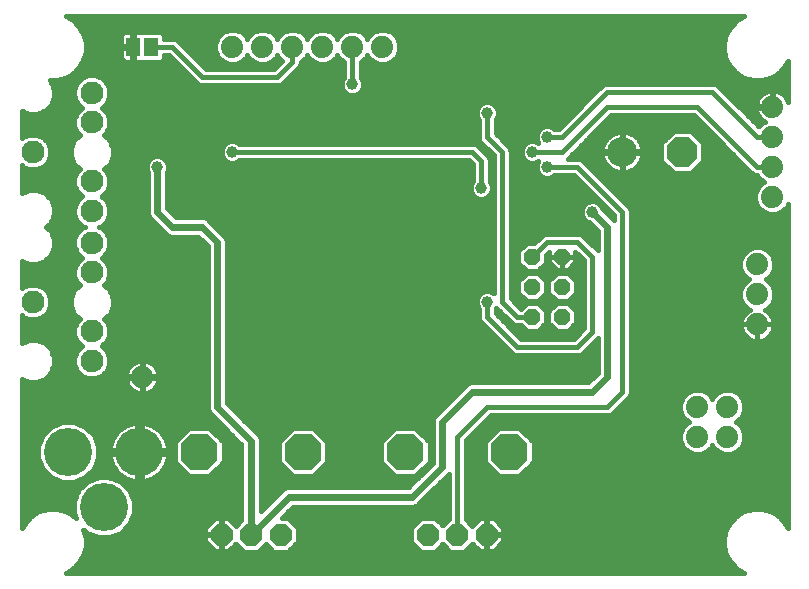
<source format=gbl>
G75*
G70*
%OFA0B0*%
%FSLAX24Y24*%
%IPPOS*%
%LPD*%
%AMOC8*
5,1,8,0,0,1.08239X$1,22.5*
%
%ADD10C,0.0740*%
%ADD11OC8,0.0520*%
%ADD12C,0.0760*%
%ADD13C,0.1000*%
%ADD14OC8,0.1000*%
%ADD15R,0.0460X0.0630*%
%ADD16OC8,0.0740*%
%ADD17OC8,0.1230*%
%ADD18C,0.1600*%
%ADD19C,0.0160*%
%ADD20C,0.0396*%
%ADD21C,0.0240*%
D10*
X006349Y007180D03*
X009349Y018180D03*
X010349Y018180D03*
X011349Y018180D03*
X012349Y018180D03*
X013349Y018180D03*
X014349Y018180D03*
X026849Y010930D03*
X026849Y009930D03*
X026849Y008930D03*
X025849Y006180D03*
X024849Y006180D03*
X024849Y005180D03*
X025849Y005180D03*
X027349Y013180D03*
X027349Y014180D03*
X027349Y015180D03*
X027349Y016180D03*
D11*
X020349Y011180D03*
X019349Y011180D03*
X019349Y010180D03*
X020349Y010180D03*
X020349Y009180D03*
X019349Y009180D03*
D12*
X004668Y008696D03*
X004668Y007711D03*
X002699Y009680D03*
X004668Y010664D03*
X004668Y011649D03*
X004668Y012711D03*
X004668Y013696D03*
X002699Y014680D03*
X004668Y015664D03*
X004668Y016649D03*
D13*
X022349Y014680D03*
D14*
X024349Y014680D03*
D15*
X006649Y018180D03*
X006049Y018180D03*
D16*
X008990Y001924D03*
X009974Y001924D03*
X010958Y001924D03*
X015865Y001924D03*
X016849Y001924D03*
X017833Y001924D03*
D17*
X018581Y004680D03*
X015117Y004680D03*
X011706Y004680D03*
X008242Y004680D03*
D18*
X006243Y004680D03*
X003881Y004680D03*
X005062Y002830D03*
D19*
X002329Y002133D02*
X002329Y007111D01*
X002561Y007015D01*
X002838Y007015D01*
X003094Y007121D01*
X003290Y007317D01*
X003396Y007573D01*
X003396Y007850D01*
X003290Y008106D01*
X003094Y008302D01*
X002838Y008408D01*
X002561Y008408D01*
X002329Y008312D01*
X002329Y009230D01*
X002371Y009188D01*
X002584Y009100D01*
X002814Y009100D01*
X003028Y009188D01*
X003191Y009351D01*
X003279Y009565D01*
X003279Y009795D01*
X003191Y010009D01*
X003028Y010172D01*
X002814Y010260D01*
X002584Y010260D01*
X002371Y010172D01*
X002329Y010130D01*
X002329Y011048D01*
X002561Y010952D01*
X002838Y010952D01*
X003094Y011058D01*
X003290Y011254D01*
X003396Y011510D01*
X003396Y011787D01*
X003290Y012043D01*
X003153Y012180D01*
X003290Y012317D01*
X003396Y012573D01*
X003396Y012850D01*
X003290Y013106D01*
X003094Y013302D01*
X002838Y013408D01*
X002561Y013408D01*
X002329Y013312D01*
X002329Y014230D01*
X002371Y014188D01*
X002584Y014100D01*
X002814Y014100D01*
X003028Y014188D01*
X003191Y014351D01*
X003279Y014565D01*
X003279Y014795D01*
X003191Y015009D01*
X003028Y015172D01*
X002814Y015260D01*
X002584Y015260D01*
X002371Y015172D01*
X002329Y015130D01*
X002329Y016048D01*
X002561Y015952D01*
X002838Y015952D01*
X003094Y016058D01*
X003290Y016254D01*
X003396Y016510D01*
X003396Y016787D01*
X003290Y017043D01*
X003263Y017070D01*
X003495Y017070D01*
X003777Y017146D01*
X004031Y017292D01*
X004237Y017498D01*
X004383Y017752D01*
X004459Y018034D01*
X004459Y018326D01*
X004383Y018608D01*
X004237Y018862D01*
X004031Y019068D01*
X003802Y019200D01*
X026396Y019200D01*
X026168Y019068D01*
X025961Y018862D01*
X025815Y018608D01*
X025739Y018326D01*
X025739Y018034D01*
X025815Y017752D01*
X025961Y017498D01*
X026168Y017292D01*
X026421Y017146D01*
X026703Y017070D01*
X026995Y017070D01*
X027277Y017146D01*
X027531Y017292D01*
X027737Y017498D01*
X027869Y017727D01*
X027869Y016359D01*
X027859Y016391D01*
X027819Y016468D01*
X027769Y016538D01*
X027707Y016600D01*
X027637Y016650D01*
X027560Y016690D01*
X027478Y016716D01*
X027392Y016730D01*
X027369Y016730D01*
X027369Y016200D01*
X027329Y016200D01*
X027329Y016160D01*
X026799Y016160D01*
X026799Y016137D01*
X026813Y016051D01*
X026839Y015969D01*
X026879Y015892D01*
X026930Y015822D01*
X026991Y015760D01*
X027061Y015710D01*
X027095Y015692D01*
X027026Y015663D01*
X026894Y015531D01*
X025508Y016917D01*
X025405Y016960D01*
X021793Y016960D01*
X021690Y016917D01*
X021612Y016839D01*
X020233Y015460D01*
X020075Y015460D01*
X020052Y015484D01*
X019920Y015538D01*
X019778Y015538D01*
X019646Y015484D01*
X019545Y015383D01*
X019491Y015251D01*
X019491Y015109D01*
X019541Y014988D01*
X019420Y015038D01*
X019278Y015038D01*
X019146Y014984D01*
X019045Y014883D01*
X018991Y014751D01*
X018991Y014609D01*
X019045Y014477D01*
X019146Y014376D01*
X019278Y014322D01*
X019420Y014322D01*
X019541Y014372D01*
X019491Y014251D01*
X019491Y014109D01*
X019545Y013977D01*
X019646Y013876D01*
X019778Y013822D01*
X019920Y013822D01*
X020052Y013876D01*
X020075Y013900D01*
X020733Y013900D01*
X022069Y012564D01*
X022069Y012413D01*
X021691Y012791D01*
X021653Y012883D01*
X021552Y012984D01*
X021420Y013038D01*
X021278Y013038D01*
X021146Y012984D01*
X021045Y012883D01*
X020991Y012751D01*
X020991Y012609D01*
X021045Y012477D01*
X021146Y012376D01*
X021238Y012338D01*
X021529Y012047D01*
X021529Y011396D01*
X021086Y011839D01*
X021008Y011917D01*
X020905Y011960D01*
X019793Y011960D01*
X019690Y011917D01*
X019413Y011640D01*
X019159Y011640D01*
X018889Y011371D01*
X018889Y010989D01*
X019159Y010720D01*
X019540Y010720D01*
X019809Y010989D01*
X019809Y011244D01*
X019909Y011344D01*
X019909Y011180D01*
X019909Y010998D01*
X020167Y010740D01*
X020349Y010740D01*
X020349Y011180D01*
X019909Y011180D01*
X020349Y011180D01*
X020349Y011180D01*
X020349Y011180D01*
X020349Y010740D01*
X020531Y010740D01*
X020789Y010998D01*
X020789Y011180D01*
X020789Y011344D01*
X021069Y011064D01*
X021069Y008796D01*
X020733Y008460D01*
X018965Y008460D01*
X018129Y009296D01*
X018129Y009454D01*
X018153Y009477D01*
X018154Y009479D01*
X018690Y008943D01*
X018793Y008900D01*
X018979Y008900D01*
X019159Y008720D01*
X019540Y008720D01*
X019809Y008989D01*
X019809Y009371D01*
X019540Y009640D01*
X019159Y009640D01*
X018979Y009460D01*
X018965Y009460D01*
X018629Y009796D01*
X018629Y014736D01*
X018586Y014839D01*
X018129Y015296D01*
X018129Y015754D01*
X018153Y015777D01*
X018207Y015909D01*
X018207Y016051D01*
X018153Y016183D01*
X018052Y016284D01*
X017920Y016338D01*
X017778Y016338D01*
X017646Y016284D01*
X017545Y016183D01*
X017491Y016051D01*
X017491Y015909D01*
X017545Y015777D01*
X017569Y015754D01*
X017569Y015124D01*
X017612Y015021D01*
X018069Y014564D01*
X018069Y009966D01*
X018052Y009984D01*
X017920Y010038D01*
X017778Y010038D01*
X017646Y009984D01*
X017545Y009883D01*
X017491Y009751D01*
X017491Y009609D01*
X017545Y009477D01*
X017569Y009454D01*
X017569Y009124D01*
X017612Y009021D01*
X017690Y008943D01*
X018690Y007943D01*
X018793Y007900D01*
X020905Y007900D01*
X021008Y007943D01*
X021086Y008021D01*
X021086Y008021D01*
X021508Y008443D01*
X021529Y008464D01*
X021529Y007313D01*
X021217Y007000D01*
X017285Y007000D01*
X017168Y006951D01*
X017078Y006861D01*
X016078Y005861D01*
X016029Y005744D01*
X016029Y004313D01*
X015217Y003500D01*
X011166Y003500D01*
X011049Y003451D01*
X010294Y002697D01*
X010294Y005119D01*
X010245Y005236D01*
X009169Y006313D01*
X009169Y011744D01*
X009120Y011861D01*
X008620Y012361D01*
X008620Y012361D01*
X008530Y012451D01*
X008413Y012500D01*
X007482Y012500D01*
X007169Y012813D01*
X007169Y014017D01*
X007207Y014109D01*
X007207Y014251D01*
X007153Y014383D01*
X007052Y014484D01*
X006920Y014538D01*
X006778Y014538D01*
X006646Y014484D01*
X006545Y014383D01*
X006491Y014251D01*
X006491Y014109D01*
X006529Y014017D01*
X006529Y012616D01*
X006578Y012499D01*
X006668Y012409D01*
X007168Y011909D01*
X007285Y011860D01*
X008217Y011860D01*
X008529Y011547D01*
X008529Y006116D01*
X008578Y005999D01*
X009654Y004922D01*
X009654Y002410D01*
X009468Y002224D01*
X009218Y002474D01*
X009008Y002474D01*
X009008Y001943D01*
X008971Y001943D01*
X008971Y002474D01*
X008762Y002474D01*
X008440Y002152D01*
X008440Y001943D01*
X008971Y001943D01*
X008971Y001906D01*
X008440Y001906D01*
X008440Y001696D01*
X008762Y001374D01*
X008971Y001374D01*
X008971Y001906D01*
X009008Y001906D01*
X009008Y001374D01*
X009218Y001374D01*
X009468Y001624D01*
X009738Y001354D01*
X010210Y001354D01*
X010466Y001610D01*
X010722Y001354D01*
X011194Y001354D01*
X011528Y001688D01*
X011528Y002160D01*
X011194Y002494D01*
X010997Y002494D01*
X011363Y002860D01*
X015413Y002860D01*
X015530Y002909D01*
X015620Y002999D01*
X016569Y003947D01*
X016569Y002450D01*
X016357Y002238D01*
X016101Y002494D01*
X015629Y002494D01*
X015295Y002160D01*
X015295Y001688D01*
X015629Y001354D01*
X016101Y001354D01*
X016357Y001610D01*
X016613Y001354D01*
X017085Y001354D01*
X017355Y001624D01*
X017605Y001374D01*
X017815Y001374D01*
X017815Y001906D01*
X017852Y001906D01*
X017852Y001943D01*
X017815Y001943D01*
X017815Y002474D01*
X017605Y002474D01*
X017355Y002224D01*
X017129Y002450D01*
X017129Y005064D01*
X017965Y005900D01*
X021905Y005900D01*
X022008Y005943D01*
X022508Y006443D01*
X022586Y006521D01*
X022629Y006624D01*
X022629Y012736D01*
X022586Y012839D01*
X022508Y012917D01*
X021008Y014417D01*
X020905Y014460D01*
X020525Y014460D01*
X021965Y015900D01*
X024733Y015900D01*
X026612Y014021D01*
X026690Y013943D01*
X026793Y013900D01*
X026848Y013900D01*
X026866Y013857D01*
X027026Y013697D01*
X027067Y013680D01*
X027026Y013663D01*
X026866Y013503D01*
X026779Y013293D01*
X026779Y013067D01*
X026866Y012857D01*
X027026Y012697D01*
X027236Y012610D01*
X027462Y012610D01*
X027672Y012697D01*
X027832Y012857D01*
X027869Y012946D01*
X027869Y002133D01*
X027737Y002362D01*
X027531Y002568D01*
X027277Y002714D01*
X026995Y002790D01*
X026703Y002790D01*
X026421Y002714D01*
X026168Y002568D01*
X025961Y002362D01*
X025815Y002108D01*
X025739Y001826D01*
X025739Y001534D01*
X025815Y001252D01*
X025961Y000998D01*
X026168Y000792D01*
X026396Y000660D01*
X003802Y000660D01*
X004031Y000792D01*
X004237Y000998D01*
X004383Y001252D01*
X004459Y001534D01*
X004459Y001826D01*
X004389Y002088D01*
X004495Y001982D01*
X004863Y001830D01*
X005261Y001830D01*
X005628Y001982D01*
X005909Y002263D01*
X006062Y002631D01*
X006062Y003029D01*
X005909Y003396D01*
X005628Y003677D01*
X005261Y003830D01*
X004863Y003830D01*
X004495Y003677D01*
X004214Y003396D01*
X004062Y003029D01*
X004062Y002631D01*
X004128Y002471D01*
X004031Y002568D01*
X003777Y002714D01*
X003495Y002790D01*
X003203Y002790D01*
X002921Y002714D01*
X002668Y002568D01*
X002461Y002362D01*
X002329Y002133D01*
X002329Y002241D02*
X002391Y002241D01*
X002329Y002399D02*
X002498Y002399D01*
X002657Y002558D02*
X002329Y002558D01*
X002329Y002716D02*
X002927Y002716D01*
X002329Y002875D02*
X004062Y002875D01*
X004064Y003033D02*
X002329Y003033D01*
X002329Y003192D02*
X004129Y003192D01*
X004195Y003350D02*
X002329Y003350D01*
X002329Y003509D02*
X004326Y003509D01*
X004485Y003667D02*
X002329Y003667D01*
X002329Y003826D02*
X003330Y003826D01*
X003314Y003832D02*
X003682Y003680D01*
X004079Y003680D01*
X004447Y003832D01*
X004728Y004114D01*
X004881Y004481D01*
X004881Y004879D01*
X004728Y005246D01*
X004447Y005528D01*
X004079Y005680D01*
X003682Y005680D01*
X003314Y005528D01*
X003033Y005246D01*
X002881Y004879D01*
X002881Y004481D01*
X003033Y004114D01*
X003314Y003832D01*
X003162Y003984D02*
X002329Y003984D01*
X002329Y004143D02*
X003021Y004143D01*
X002955Y004301D02*
X002329Y004301D01*
X002329Y004460D02*
X002889Y004460D01*
X002881Y004618D02*
X002329Y004618D01*
X002329Y004777D02*
X002881Y004777D01*
X002904Y004935D02*
X002329Y004935D01*
X002329Y005094D02*
X002969Y005094D01*
X003038Y005252D02*
X002329Y005252D01*
X002329Y005411D02*
X003197Y005411D01*
X003414Y005569D02*
X002329Y005569D01*
X002329Y005728D02*
X008849Y005728D01*
X008690Y005886D02*
X002329Y005886D01*
X002329Y006045D02*
X008559Y006045D01*
X008529Y006203D02*
X002329Y006203D01*
X002329Y006362D02*
X008529Y006362D01*
X008529Y006520D02*
X002329Y006520D01*
X002329Y006679D02*
X006122Y006679D01*
X006138Y006670D02*
X006220Y006644D01*
X006306Y006630D01*
X006329Y006630D01*
X006329Y007160D01*
X005799Y007160D01*
X005799Y007137D01*
X005813Y007051D01*
X005839Y006969D01*
X005879Y006892D01*
X005930Y006822D01*
X005991Y006760D01*
X006061Y006710D01*
X006138Y006670D01*
X006329Y006679D02*
X006369Y006679D01*
X006369Y006630D02*
X006392Y006630D01*
X006478Y006644D01*
X006560Y006670D01*
X006637Y006710D01*
X006707Y006760D01*
X006769Y006822D01*
X006819Y006892D01*
X006859Y006969D01*
X006886Y007051D01*
X006899Y007137D01*
X006899Y007160D01*
X006369Y007160D01*
X006369Y006630D01*
X006369Y006837D02*
X006329Y006837D01*
X006329Y006996D02*
X006369Y006996D01*
X006369Y007154D02*
X006329Y007154D01*
X006329Y007160D02*
X006369Y007160D01*
X006369Y007200D01*
X006329Y007200D01*
X006329Y007160D01*
X006329Y007200D02*
X005799Y007200D01*
X005799Y007223D01*
X005813Y007309D01*
X005839Y007391D01*
X005879Y007468D01*
X005930Y007538D01*
X005991Y007600D01*
X006061Y007650D01*
X006138Y007690D01*
X006220Y007716D01*
X006306Y007730D01*
X006329Y007730D01*
X006329Y007200D01*
X006369Y007200D02*
X006369Y007730D01*
X006392Y007730D01*
X006478Y007716D01*
X006560Y007690D01*
X006637Y007650D01*
X006707Y007600D01*
X006769Y007538D01*
X006819Y007468D01*
X006859Y007391D01*
X006886Y007309D01*
X006899Y007223D01*
X006899Y007200D01*
X006369Y007200D01*
X006369Y007313D02*
X006329Y007313D01*
X006329Y007471D02*
X006369Y007471D01*
X006369Y007630D02*
X006329Y007630D01*
X006032Y007630D02*
X005248Y007630D01*
X005248Y007596D02*
X005248Y007827D01*
X005159Y008040D01*
X004996Y008203D01*
X004995Y008204D01*
X004996Y008204D01*
X005159Y008367D01*
X005248Y008580D01*
X005248Y008811D01*
X005159Y009024D01*
X005078Y009105D01*
X005258Y009285D01*
X005364Y009541D01*
X005364Y009819D01*
X005258Y010075D01*
X005078Y010255D01*
X005159Y010336D01*
X005248Y010549D01*
X005248Y010780D01*
X005159Y010993D01*
X004996Y011156D01*
X004995Y011156D01*
X004996Y011157D01*
X005159Y011320D01*
X005248Y011533D01*
X005248Y011764D01*
X005159Y011977D01*
X004996Y012140D01*
X004900Y012180D01*
X004996Y012220D01*
X005159Y012383D01*
X005248Y012596D01*
X005248Y012827D01*
X005159Y013040D01*
X004996Y013203D01*
X004995Y013204D01*
X004996Y013204D01*
X005159Y013367D01*
X005248Y013580D01*
X005248Y013811D01*
X006529Y013811D01*
X006529Y013653D02*
X005248Y013653D01*
X005248Y013811D02*
X005159Y014024D01*
X005078Y014105D01*
X005258Y014285D01*
X005364Y014541D01*
X005364Y014819D01*
X005258Y015075D01*
X005078Y015255D01*
X005159Y015336D01*
X005248Y015549D01*
X005248Y015780D01*
X005159Y015993D01*
X004996Y016156D01*
X004995Y016156D01*
X004996Y016157D01*
X005159Y016320D01*
X005248Y016533D01*
X005248Y016764D01*
X005159Y016977D01*
X004996Y017140D01*
X004783Y017229D01*
X004552Y017229D01*
X004339Y017140D01*
X004176Y016977D01*
X004088Y016764D01*
X004088Y016533D01*
X004176Y016320D01*
X004339Y016157D01*
X004340Y016156D01*
X004339Y016156D01*
X004176Y015993D01*
X004088Y015780D01*
X004088Y015549D01*
X004176Y015336D01*
X004257Y015255D01*
X004077Y015075D01*
X003971Y014819D01*
X003971Y014541D01*
X004077Y014285D01*
X004257Y014105D01*
X004176Y014024D01*
X004088Y013811D01*
X002329Y013811D01*
X002329Y013653D02*
X004088Y013653D01*
X004088Y013580D02*
X004176Y013367D01*
X004339Y013204D01*
X004340Y013204D01*
X004339Y013203D01*
X004176Y013040D01*
X004088Y012827D01*
X004088Y012596D01*
X004176Y012383D01*
X004339Y012220D01*
X004435Y012180D01*
X004339Y012140D01*
X004176Y011977D01*
X004088Y011764D01*
X004088Y011533D01*
X004176Y011320D01*
X004339Y011157D01*
X004340Y011156D01*
X004339Y011156D01*
X004176Y010993D01*
X004088Y010780D01*
X004088Y010549D01*
X004176Y010336D01*
X004257Y010255D01*
X004077Y010075D01*
X003971Y009819D01*
X003971Y009541D01*
X004077Y009285D01*
X004257Y009105D01*
X004176Y009024D01*
X004088Y008811D01*
X004088Y008580D01*
X004176Y008367D01*
X004339Y008204D01*
X004340Y008204D01*
X004339Y008203D01*
X004176Y008040D01*
X004088Y007827D01*
X004088Y007596D01*
X004176Y007383D01*
X004339Y007220D01*
X004552Y007131D01*
X004783Y007131D01*
X004996Y007220D01*
X005159Y007383D01*
X005248Y007596D01*
X005196Y007471D02*
X005881Y007471D01*
X005814Y007313D02*
X005089Y007313D01*
X004837Y007154D02*
X005799Y007154D01*
X005831Y006996D02*
X002329Y006996D01*
X002329Y006837D02*
X005918Y006837D01*
X006576Y006679D02*
X008529Y006679D01*
X008529Y006837D02*
X006780Y006837D01*
X006867Y006996D02*
X008529Y006996D01*
X008529Y007154D02*
X006899Y007154D01*
X006884Y007313D02*
X008529Y007313D01*
X008529Y007471D02*
X006817Y007471D01*
X006666Y007630D02*
X008529Y007630D01*
X008529Y007788D02*
X005248Y007788D01*
X005198Y007947D02*
X008529Y007947D01*
X008529Y008105D02*
X005094Y008105D01*
X005056Y008264D02*
X008529Y008264D01*
X008529Y008422D02*
X005182Y008422D01*
X005248Y008581D02*
X008529Y008581D01*
X008529Y008739D02*
X005248Y008739D01*
X005212Y008898D02*
X008529Y008898D01*
X008529Y009056D02*
X005128Y009056D01*
X005187Y009215D02*
X008529Y009215D01*
X008529Y009373D02*
X005294Y009373D01*
X005360Y009532D02*
X008529Y009532D01*
X008529Y009690D02*
X005364Y009690D01*
X005352Y009849D02*
X008529Y009849D01*
X008529Y010007D02*
X005286Y010007D01*
X005167Y010166D02*
X008529Y010166D01*
X008529Y010324D02*
X005148Y010324D01*
X005220Y010483D02*
X008529Y010483D01*
X008529Y010641D02*
X005248Y010641D01*
X005239Y010800D02*
X008529Y010800D01*
X008529Y010958D02*
X005174Y010958D01*
X005036Y011117D02*
X008529Y011117D01*
X008529Y011275D02*
X005114Y011275D01*
X005206Y011434D02*
X008529Y011434D01*
X008484Y011592D02*
X005248Y011592D01*
X005248Y011751D02*
X008326Y011751D01*
X008756Y012226D02*
X018069Y012226D01*
X018069Y012068D02*
X008914Y012068D01*
X009073Y011909D02*
X018069Y011909D01*
X018069Y011751D02*
X009166Y011751D01*
X009169Y011592D02*
X018069Y011592D01*
X018069Y011434D02*
X009169Y011434D01*
X009169Y011275D02*
X018069Y011275D01*
X018069Y011117D02*
X009169Y011117D01*
X009169Y010958D02*
X018069Y010958D01*
X018069Y010800D02*
X009169Y010800D01*
X009169Y010641D02*
X018069Y010641D01*
X018069Y010483D02*
X009169Y010483D01*
X009169Y010324D02*
X018069Y010324D01*
X018069Y010166D02*
X009169Y010166D01*
X009169Y010007D02*
X017703Y010007D01*
X017531Y009849D02*
X009169Y009849D01*
X009169Y009690D02*
X017491Y009690D01*
X017523Y009532D02*
X009169Y009532D01*
X009169Y009373D02*
X017569Y009373D01*
X017569Y009215D02*
X009169Y009215D01*
X009169Y009056D02*
X017597Y009056D01*
X017736Y008898D02*
X009169Y008898D01*
X009169Y008739D02*
X017894Y008739D01*
X018053Y008581D02*
X009169Y008581D01*
X009169Y008422D02*
X018211Y008422D01*
X018370Y008264D02*
X009169Y008264D01*
X009169Y008105D02*
X018528Y008105D01*
X018687Y007947D02*
X009169Y007947D01*
X009169Y007788D02*
X021529Y007788D01*
X021529Y007630D02*
X009169Y007630D01*
X009169Y007471D02*
X021529Y007471D01*
X021529Y007313D02*
X009169Y007313D01*
X009169Y007154D02*
X021371Y007154D01*
X021529Y007947D02*
X021012Y007947D01*
X021170Y008105D02*
X021529Y008105D01*
X021529Y008264D02*
X021329Y008264D01*
X021487Y008422D02*
X021529Y008422D01*
X021349Y008680D02*
X021349Y011180D01*
X020849Y011680D01*
X019849Y011680D01*
X019349Y011180D01*
X019809Y011117D02*
X019909Y011117D01*
X019909Y011275D02*
X019840Y011275D01*
X019778Y010958D02*
X019949Y010958D01*
X020107Y010800D02*
X019619Y010800D01*
X019540Y010640D02*
X019159Y010640D01*
X018889Y010371D01*
X018889Y009989D01*
X019159Y009720D01*
X019540Y009720D01*
X019809Y009989D01*
X019809Y010371D01*
X019540Y010640D01*
X019697Y010483D02*
X020001Y010483D01*
X019889Y010371D02*
X020159Y010640D01*
X020540Y010640D01*
X020809Y010371D01*
X020809Y009989D01*
X020540Y009720D01*
X020159Y009720D01*
X019889Y009989D01*
X019889Y010371D01*
X019889Y010324D02*
X019809Y010324D01*
X019809Y010166D02*
X019889Y010166D01*
X019889Y010007D02*
X019809Y010007D01*
X019668Y009849D02*
X020030Y009849D01*
X020159Y009640D02*
X019889Y009371D01*
X019889Y008989D01*
X020159Y008720D01*
X020540Y008720D01*
X020809Y008989D01*
X020809Y009371D01*
X020540Y009640D01*
X020159Y009640D01*
X020050Y009532D02*
X019648Y009532D01*
X019807Y009373D02*
X019892Y009373D01*
X019889Y009215D02*
X019809Y009215D01*
X019809Y009056D02*
X019889Y009056D01*
X019981Y008898D02*
X019717Y008898D01*
X019559Y008739D02*
X020140Y008739D01*
X020559Y008739D02*
X021012Y008739D01*
X021069Y008898D02*
X020717Y008898D01*
X020809Y009056D02*
X021069Y009056D01*
X021069Y009215D02*
X020809Y009215D01*
X020807Y009373D02*
X021069Y009373D01*
X021069Y009532D02*
X020648Y009532D01*
X021069Y009690D02*
X018735Y009690D01*
X018629Y009849D02*
X019030Y009849D01*
X018889Y010007D02*
X018629Y010007D01*
X018629Y010166D02*
X018889Y010166D01*
X018889Y010324D02*
X018629Y010324D01*
X018629Y010483D02*
X019001Y010483D01*
X018629Y010641D02*
X021069Y010641D01*
X021069Y010483D02*
X020697Y010483D01*
X020809Y010324D02*
X021069Y010324D01*
X021069Y010166D02*
X020809Y010166D01*
X020809Y010007D02*
X021069Y010007D01*
X021069Y009849D02*
X020668Y009849D01*
X019349Y009180D02*
X018849Y009180D01*
X018349Y009680D01*
X018349Y014680D01*
X017849Y015180D01*
X017849Y015980D01*
X018192Y015872D02*
X020645Y015872D01*
X020803Y016030D02*
X018207Y016030D01*
X018147Y016189D02*
X020962Y016189D01*
X021120Y016347D02*
X005170Y016347D01*
X005236Y016506D02*
X021279Y016506D01*
X021437Y016664D02*
X013590Y016664D01*
X013552Y016626D02*
X013653Y016727D01*
X013707Y016859D01*
X013707Y017001D01*
X013653Y017133D01*
X013629Y017156D01*
X013629Y017679D01*
X013672Y017697D01*
X013832Y017857D01*
X013849Y017898D01*
X013866Y017857D01*
X014026Y017697D01*
X014236Y017610D01*
X014462Y017610D01*
X014672Y017697D01*
X014832Y017857D01*
X014919Y018067D01*
X014919Y018293D01*
X014832Y018503D01*
X014672Y018663D01*
X014462Y018750D01*
X014236Y018750D01*
X014026Y018663D01*
X013866Y018503D01*
X013849Y018462D01*
X013832Y018503D01*
X013672Y018663D01*
X013462Y018750D01*
X013236Y018750D01*
X013026Y018663D01*
X012866Y018503D01*
X012849Y018462D01*
X012832Y018503D01*
X012672Y018663D01*
X012462Y018750D01*
X012236Y018750D01*
X012026Y018663D01*
X011866Y018503D01*
X011849Y018462D01*
X011832Y018503D01*
X011672Y018663D01*
X011462Y018750D01*
X011236Y018750D01*
X011026Y018663D01*
X010866Y018503D01*
X010849Y018462D01*
X010832Y018503D01*
X010672Y018663D01*
X010462Y018750D01*
X010236Y018750D01*
X010026Y018663D01*
X009866Y018503D01*
X009849Y018462D01*
X009832Y018503D01*
X009672Y018663D01*
X009462Y018750D01*
X009236Y018750D01*
X009026Y018663D01*
X008866Y018503D01*
X008779Y018293D01*
X008779Y018067D01*
X008866Y017857D01*
X009026Y017697D01*
X009236Y017610D01*
X009462Y017610D01*
X009672Y017697D01*
X009832Y017857D01*
X009849Y017898D01*
X009866Y017857D01*
X010026Y017697D01*
X010236Y017610D01*
X010462Y017610D01*
X010672Y017697D01*
X010832Y017857D01*
X010849Y017898D01*
X010866Y017857D01*
X010998Y017725D01*
X010733Y017460D01*
X008465Y017460D01*
X007586Y018339D01*
X007508Y018417D01*
X007405Y018460D01*
X007079Y018460D01*
X007079Y018578D01*
X006962Y018695D01*
X006336Y018695D01*
X006313Y018672D01*
X006303Y018675D01*
X006084Y018675D01*
X006084Y018215D01*
X006014Y018215D01*
X006014Y018145D01*
X005639Y018145D01*
X005639Y017841D01*
X005651Y017796D01*
X005675Y017754D01*
X005709Y017721D01*
X005750Y017697D01*
X005795Y017685D01*
X006014Y017685D01*
X006014Y018145D01*
X006084Y018145D01*
X006084Y017685D01*
X006303Y017685D01*
X006313Y017688D01*
X006336Y017665D01*
X006962Y017665D01*
X007079Y017782D01*
X007079Y017900D01*
X007233Y017900D01*
X008190Y016943D01*
X008293Y016900D01*
X010905Y016900D01*
X011008Y016943D01*
X011086Y017021D01*
X011586Y017521D01*
X011629Y017624D01*
X011629Y017679D01*
X011672Y017697D01*
X011832Y017857D01*
X011849Y017898D01*
X011866Y017857D01*
X012026Y017697D01*
X012236Y017610D01*
X012462Y017610D01*
X012672Y017697D01*
X012832Y017857D01*
X012849Y017898D01*
X012866Y017857D01*
X013026Y017697D01*
X013069Y017679D01*
X013069Y017156D01*
X013045Y017133D01*
X012991Y017001D01*
X012991Y016859D01*
X013045Y016727D01*
X013146Y016626D01*
X013278Y016572D01*
X013420Y016572D01*
X013552Y016626D01*
X013692Y016823D02*
X021596Y016823D01*
X021849Y016680D02*
X025349Y016680D01*
X026849Y015180D01*
X027349Y015180D01*
X026917Y015555D02*
X026871Y015555D01*
X026712Y015713D02*
X027056Y015713D01*
X026893Y015872D02*
X026554Y015872D01*
X026395Y016030D02*
X026819Y016030D01*
X026799Y016200D02*
X027329Y016200D01*
X027329Y016730D01*
X027306Y016730D01*
X027220Y016716D01*
X027138Y016690D01*
X027061Y016650D01*
X026991Y016600D01*
X026930Y016538D01*
X026879Y016468D01*
X026839Y016391D01*
X026813Y016309D01*
X026799Y016223D01*
X026799Y016200D01*
X026825Y016347D02*
X026078Y016347D01*
X026237Y016189D02*
X027329Y016189D01*
X027329Y016347D02*
X027369Y016347D01*
X027369Y016506D02*
X027329Y016506D01*
X027329Y016664D02*
X027369Y016664D01*
X027611Y016664D02*
X027869Y016664D01*
X027869Y016506D02*
X027792Y016506D01*
X027869Y016823D02*
X025603Y016823D01*
X025761Y016664D02*
X027088Y016664D01*
X026906Y016506D02*
X025920Y016506D01*
X026444Y017140D02*
X013646Y017140D01*
X013629Y017298D02*
X026161Y017298D01*
X026003Y017457D02*
X013629Y017457D01*
X013629Y017615D02*
X014224Y017615D01*
X014475Y017615D02*
X025894Y017615D01*
X025809Y017774D02*
X014749Y017774D01*
X014863Y017932D02*
X025766Y017932D01*
X025739Y018091D02*
X014919Y018091D01*
X014919Y018249D02*
X025739Y018249D01*
X025761Y018408D02*
X014872Y018408D01*
X014769Y018566D02*
X025803Y018566D01*
X025882Y018725D02*
X014524Y018725D01*
X014174Y018725D02*
X013524Y018725D01*
X013769Y018566D02*
X013929Y018566D01*
X013349Y018180D02*
X013349Y016930D01*
X013006Y016823D02*
X005223Y016823D01*
X005248Y016664D02*
X013109Y016664D01*
X012991Y016981D02*
X011046Y016981D01*
X011205Y017140D02*
X013052Y017140D01*
X013069Y017298D02*
X011363Y017298D01*
X011522Y017457D02*
X013069Y017457D01*
X013069Y017615D02*
X012475Y017615D01*
X012224Y017615D02*
X011625Y017615D01*
X011749Y017774D02*
X011949Y017774D01*
X011349Y017680D02*
X011349Y018180D01*
X011349Y017680D02*
X010849Y017180D01*
X008349Y017180D01*
X007349Y018180D01*
X006649Y018180D01*
X006084Y018249D02*
X006014Y018249D01*
X006014Y018215D02*
X006014Y018675D01*
X005795Y018675D01*
X005750Y018663D01*
X005709Y018639D01*
X005675Y018606D01*
X005651Y018564D01*
X005639Y018519D01*
X005639Y018215D01*
X006014Y018215D01*
X006014Y018091D02*
X006084Y018091D01*
X006084Y017932D02*
X006014Y017932D01*
X006014Y017774D02*
X006084Y017774D01*
X005664Y017774D02*
X004389Y017774D01*
X004432Y017932D02*
X005639Y017932D01*
X005639Y018091D02*
X004459Y018091D01*
X004459Y018249D02*
X005639Y018249D01*
X005639Y018408D02*
X004437Y018408D01*
X004395Y018566D02*
X005652Y018566D01*
X006014Y018566D02*
X006084Y018566D01*
X006084Y018408D02*
X006014Y018408D01*
X007079Y018566D02*
X008929Y018566D01*
X008826Y018408D02*
X007518Y018408D01*
X007676Y018249D02*
X008779Y018249D01*
X008779Y018091D02*
X007835Y018091D01*
X007993Y017932D02*
X008835Y017932D01*
X008949Y017774D02*
X008152Y017774D01*
X008310Y017615D02*
X009224Y017615D01*
X009475Y017615D02*
X010224Y017615D01*
X010475Y017615D02*
X010888Y017615D01*
X010949Y017774D02*
X010749Y017774D01*
X009949Y017774D02*
X009749Y017774D01*
X009769Y018566D02*
X009929Y018566D01*
X010174Y018725D02*
X009524Y018725D01*
X009174Y018725D02*
X004316Y018725D01*
X004216Y018883D02*
X025982Y018883D01*
X026141Y019042D02*
X004057Y019042D01*
X004304Y017615D02*
X007518Y017615D01*
X007360Y017774D02*
X007070Y017774D01*
X007677Y017457D02*
X004195Y017457D01*
X004037Y017298D02*
X007835Y017298D01*
X007994Y017140D02*
X004997Y017140D01*
X005155Y016981D02*
X008152Y016981D01*
X010524Y018725D02*
X011174Y018725D01*
X010929Y018566D02*
X010769Y018566D01*
X011524Y018725D02*
X012174Y018725D01*
X011929Y018566D02*
X011769Y018566D01*
X012524Y018725D02*
X013174Y018725D01*
X012929Y018566D02*
X012769Y018566D01*
X012749Y017774D02*
X012949Y017774D01*
X013749Y017774D02*
X013949Y017774D01*
X013707Y016981D02*
X027869Y016981D01*
X027869Y017140D02*
X027254Y017140D01*
X027537Y017298D02*
X027869Y017298D01*
X027869Y017457D02*
X027695Y017457D01*
X027804Y017615D02*
X027869Y017615D01*
X024849Y016180D02*
X026849Y014180D01*
X027349Y014180D01*
X026912Y013811D02*
X021614Y013811D01*
X021773Y013653D02*
X027015Y013653D01*
X026862Y013494D02*
X021931Y013494D01*
X022090Y013336D02*
X026797Y013336D01*
X026779Y013177D02*
X022248Y013177D01*
X022407Y013019D02*
X026799Y013019D01*
X026865Y012860D02*
X022565Y012860D01*
X022629Y012702D02*
X027021Y012702D01*
X027677Y012702D02*
X027869Y012702D01*
X027869Y012860D02*
X027833Y012860D01*
X027869Y012543D02*
X022629Y012543D01*
X022629Y012385D02*
X027869Y012385D01*
X027869Y012226D02*
X022629Y012226D01*
X022629Y012068D02*
X027869Y012068D01*
X027869Y011909D02*
X022629Y011909D01*
X022629Y011751D02*
X027869Y011751D01*
X027869Y011592D02*
X022629Y011592D01*
X022629Y011434D02*
X026575Y011434D01*
X026526Y011413D02*
X026366Y011253D01*
X026279Y011043D01*
X026279Y010817D01*
X026366Y010607D01*
X026526Y010447D01*
X026567Y010430D01*
X026526Y010413D01*
X026366Y010253D01*
X026279Y010043D01*
X026279Y009817D01*
X026366Y009607D01*
X026526Y009447D01*
X026595Y009418D01*
X026561Y009400D01*
X026491Y009350D01*
X026430Y009288D01*
X026379Y009218D01*
X026339Y009141D01*
X026313Y009059D01*
X026299Y008973D01*
X026299Y008930D01*
X026299Y008887D01*
X026313Y008801D01*
X026339Y008719D01*
X026379Y008642D01*
X026430Y008572D01*
X026491Y008510D01*
X026561Y008460D01*
X026638Y008420D01*
X026720Y008394D01*
X026806Y008380D01*
X026849Y008380D01*
X026849Y008930D01*
X026299Y008930D01*
X026849Y008930D01*
X026849Y008930D01*
X026849Y008930D01*
X026849Y008380D01*
X026892Y008380D01*
X026978Y008394D01*
X027060Y008420D01*
X027137Y008460D01*
X027207Y008510D01*
X027269Y008572D01*
X027319Y008642D01*
X027359Y008719D01*
X027386Y008801D01*
X027399Y008887D01*
X027399Y008930D01*
X027399Y008973D01*
X027386Y009059D01*
X027359Y009141D01*
X027319Y009218D01*
X027269Y009288D01*
X027207Y009350D01*
X027137Y009400D01*
X027103Y009418D01*
X027172Y009447D01*
X027332Y009607D01*
X027419Y009817D01*
X027419Y010043D01*
X027332Y010253D01*
X027172Y010413D01*
X027131Y010430D01*
X027172Y010447D01*
X027332Y010607D01*
X027419Y010817D01*
X027419Y011043D01*
X027332Y011253D01*
X027172Y011413D01*
X026962Y011500D01*
X026736Y011500D01*
X026526Y011413D01*
X026388Y011275D02*
X022629Y011275D01*
X022629Y011117D02*
X026309Y011117D01*
X026279Y010958D02*
X022629Y010958D01*
X022629Y010800D02*
X026286Y010800D01*
X026352Y010641D02*
X022629Y010641D01*
X022629Y010483D02*
X026490Y010483D01*
X026437Y010324D02*
X022629Y010324D01*
X022629Y010166D02*
X026330Y010166D01*
X026279Y010007D02*
X022629Y010007D01*
X022629Y009849D02*
X026279Y009849D01*
X026331Y009690D02*
X022629Y009690D01*
X022629Y009532D02*
X026441Y009532D01*
X026523Y009373D02*
X022629Y009373D01*
X022629Y009215D02*
X026377Y009215D01*
X026312Y009056D02*
X022629Y009056D01*
X022629Y008898D02*
X026299Y008898D01*
X026333Y008739D02*
X022629Y008739D01*
X022629Y008581D02*
X026423Y008581D01*
X026635Y008422D02*
X022629Y008422D01*
X022629Y008264D02*
X027869Y008264D01*
X027869Y008422D02*
X027064Y008422D01*
X026849Y008422D02*
X026849Y008422D01*
X026849Y008581D02*
X026849Y008581D01*
X026849Y008739D02*
X026849Y008739D01*
X026849Y008898D02*
X026849Y008898D01*
X026849Y008930D02*
X026849Y008930D01*
X027399Y008930D01*
X026849Y008930D01*
X027275Y008581D02*
X027869Y008581D01*
X027869Y008739D02*
X027365Y008739D01*
X027399Y008898D02*
X027869Y008898D01*
X027869Y009056D02*
X027386Y009056D01*
X027321Y009215D02*
X027869Y009215D01*
X027869Y009373D02*
X027175Y009373D01*
X027257Y009532D02*
X027869Y009532D01*
X027869Y009690D02*
X027367Y009690D01*
X027419Y009849D02*
X027869Y009849D01*
X027869Y010007D02*
X027419Y010007D01*
X027368Y010166D02*
X027869Y010166D01*
X027869Y010324D02*
X027261Y010324D01*
X027208Y010483D02*
X027869Y010483D01*
X027869Y010641D02*
X027346Y010641D01*
X027412Y010800D02*
X027869Y010800D01*
X027869Y010958D02*
X027419Y010958D01*
X027389Y011117D02*
X027869Y011117D01*
X027869Y011275D02*
X027310Y011275D01*
X027123Y011434D02*
X027869Y011434D01*
X026664Y013970D02*
X021456Y013970D01*
X021297Y014128D02*
X021951Y014128D01*
X021970Y014113D02*
X022048Y014069D01*
X022130Y014035D01*
X022216Y014012D01*
X022304Y014000D01*
X022329Y014000D01*
X022329Y014660D01*
X021669Y014660D01*
X021669Y014635D01*
X021681Y014547D01*
X021704Y014461D01*
X021738Y014379D01*
X021782Y014301D01*
X021837Y014231D01*
X021900Y014168D01*
X021970Y014113D01*
X021794Y014287D02*
X021139Y014287D01*
X020941Y014445D02*
X021710Y014445D01*
X021673Y014604D02*
X020669Y014604D01*
X020827Y014762D02*
X021674Y014762D01*
X021669Y014725D02*
X021669Y014700D01*
X022329Y014700D01*
X022329Y014660D01*
X022369Y014660D01*
X022369Y014000D01*
X022394Y014000D01*
X022482Y014012D01*
X022568Y014035D01*
X022650Y014069D01*
X022728Y014113D01*
X022798Y014168D01*
X022861Y014231D01*
X022916Y014301D01*
X022960Y014379D01*
X022994Y014461D01*
X023017Y014547D01*
X023029Y014635D01*
X023029Y014660D01*
X022369Y014660D01*
X022369Y014700D01*
X022329Y014700D01*
X022329Y015360D01*
X022304Y015360D01*
X022216Y015348D01*
X022130Y015325D01*
X022048Y015291D01*
X021970Y015247D01*
X021900Y015192D01*
X021837Y015129D01*
X021782Y015059D01*
X021738Y014981D01*
X021704Y014899D01*
X021681Y014813D01*
X021669Y014725D01*
X021713Y014921D02*
X020986Y014921D01*
X021144Y015079D02*
X021798Y015079D01*
X021959Y015238D02*
X021303Y015238D01*
X021461Y015396D02*
X025237Y015396D01*
X025079Y015555D02*
X021620Y015555D01*
X021778Y015713D02*
X024920Y015713D01*
X024762Y015872D02*
X021937Y015872D01*
X021849Y016180D02*
X024849Y016180D01*
X024639Y015380D02*
X024059Y015380D01*
X023649Y014970D01*
X023649Y014390D01*
X024059Y013980D01*
X024639Y013980D01*
X025049Y014390D01*
X025049Y014970D01*
X024639Y015380D01*
X024781Y015238D02*
X025396Y015238D01*
X025554Y015079D02*
X024940Y015079D01*
X025049Y014921D02*
X025713Y014921D01*
X025871Y014762D02*
X025049Y014762D01*
X025049Y014604D02*
X026030Y014604D01*
X026188Y014445D02*
X025049Y014445D01*
X024946Y014287D02*
X026347Y014287D01*
X026505Y014128D02*
X024787Y014128D01*
X023911Y014128D02*
X022747Y014128D01*
X022904Y014287D02*
X023753Y014287D01*
X023649Y014445D02*
X022988Y014445D01*
X023025Y014604D02*
X023649Y014604D01*
X023649Y014762D02*
X023024Y014762D01*
X023029Y014725D02*
X023017Y014813D01*
X022994Y014899D01*
X022960Y014981D01*
X022916Y015059D01*
X022861Y015129D01*
X022798Y015192D01*
X022728Y015247D01*
X022650Y015291D01*
X022568Y015325D01*
X022482Y015348D01*
X022394Y015360D01*
X022369Y015360D01*
X022369Y014700D01*
X023029Y014700D01*
X023029Y014725D01*
X022985Y014921D02*
X023649Y014921D01*
X023758Y015079D02*
X022900Y015079D01*
X022739Y015238D02*
X023917Y015238D01*
X022369Y015238D02*
X022329Y015238D01*
X022329Y015079D02*
X022369Y015079D01*
X022369Y014921D02*
X022329Y014921D01*
X022329Y014762D02*
X022369Y014762D01*
X022369Y014604D02*
X022329Y014604D01*
X022329Y014445D02*
X022369Y014445D01*
X022369Y014287D02*
X022329Y014287D01*
X022329Y014128D02*
X022369Y014128D01*
X021298Y013336D02*
X018629Y013336D01*
X018629Y013494D02*
X021139Y013494D01*
X020981Y013653D02*
X018629Y013653D01*
X018629Y013811D02*
X020822Y013811D01*
X020849Y014180D02*
X022349Y012680D01*
X022349Y006680D01*
X021849Y006180D01*
X017849Y006180D01*
X016849Y005180D01*
X016849Y001924D01*
X016361Y001607D02*
X016353Y001607D01*
X016195Y001448D02*
X016519Y001448D01*
X017179Y001448D02*
X017532Y001448D01*
X017373Y001607D02*
X017338Y001607D01*
X017815Y001607D02*
X017852Y001607D01*
X017852Y001765D02*
X017815Y001765D01*
X017852Y001906D02*
X017852Y001374D01*
X018061Y001374D01*
X018383Y001696D01*
X018383Y001906D01*
X017852Y001906D01*
X017852Y001924D02*
X025765Y001924D01*
X025739Y001765D02*
X018383Y001765D01*
X018383Y001943D02*
X017852Y001943D01*
X017852Y002474D01*
X018061Y002474D01*
X018383Y002152D01*
X018383Y001943D01*
X018383Y002082D02*
X025808Y002082D01*
X025891Y002241D02*
X018295Y002241D01*
X018136Y002399D02*
X025998Y002399D01*
X026157Y002558D02*
X017129Y002558D01*
X017129Y002716D02*
X026427Y002716D01*
X027271Y002716D02*
X027869Y002716D01*
X027869Y002558D02*
X027541Y002558D01*
X027700Y002399D02*
X027869Y002399D01*
X027869Y002241D02*
X027807Y002241D01*
X027869Y002875D02*
X017129Y002875D01*
X017129Y003033D02*
X027869Y003033D01*
X027869Y003192D02*
X017129Y003192D01*
X017129Y003350D02*
X027869Y003350D01*
X027869Y003509D02*
X017129Y003509D01*
X017129Y003667D02*
X027869Y003667D01*
X027869Y003826D02*
X017129Y003826D01*
X017129Y003984D02*
X018125Y003984D01*
X018244Y003865D02*
X018919Y003865D01*
X019396Y004342D01*
X019396Y005018D01*
X018919Y005495D01*
X018244Y005495D01*
X017766Y005018D01*
X017766Y004342D01*
X018244Y003865D01*
X017966Y004143D02*
X017129Y004143D01*
X017129Y004301D02*
X017808Y004301D01*
X017766Y004460D02*
X017129Y004460D01*
X017129Y004618D02*
X017766Y004618D01*
X017766Y004777D02*
X017129Y004777D01*
X017129Y004935D02*
X017766Y004935D01*
X017842Y005094D02*
X017159Y005094D01*
X017317Y005252D02*
X018001Y005252D01*
X018159Y005411D02*
X017476Y005411D01*
X017634Y005569D02*
X024432Y005569D01*
X024366Y005503D02*
X024526Y005663D01*
X024567Y005680D01*
X024526Y005697D01*
X024366Y005857D01*
X024279Y006067D01*
X024279Y006293D01*
X024366Y006503D01*
X024526Y006663D01*
X024736Y006750D01*
X024962Y006750D01*
X025172Y006663D01*
X025332Y006503D01*
X025349Y006462D01*
X025366Y006503D01*
X025526Y006663D01*
X025736Y006750D01*
X025962Y006750D01*
X026172Y006663D01*
X026332Y006503D01*
X026419Y006293D01*
X026419Y006067D01*
X026332Y005857D01*
X026172Y005697D01*
X026131Y005680D01*
X026172Y005663D01*
X026332Y005503D01*
X026419Y005293D01*
X026419Y005067D01*
X026332Y004857D01*
X026172Y004697D01*
X025962Y004610D01*
X025736Y004610D01*
X025526Y004697D01*
X025366Y004857D01*
X025349Y004898D01*
X025332Y004857D01*
X025172Y004697D01*
X024962Y004610D01*
X024736Y004610D01*
X024526Y004697D01*
X024366Y004857D01*
X024279Y005067D01*
X024279Y005293D01*
X024366Y005503D01*
X024328Y005411D02*
X019003Y005411D01*
X019162Y005252D02*
X024279Y005252D01*
X024279Y005094D02*
X019320Y005094D01*
X019396Y004935D02*
X024334Y004935D01*
X024446Y004777D02*
X019396Y004777D01*
X019396Y004618D02*
X024716Y004618D01*
X024982Y004618D02*
X025716Y004618D01*
X025982Y004618D02*
X027869Y004618D01*
X027869Y004460D02*
X019396Y004460D01*
X019355Y004301D02*
X027869Y004301D01*
X027869Y004143D02*
X019196Y004143D01*
X019038Y003984D02*
X027869Y003984D01*
X027869Y004777D02*
X026252Y004777D01*
X026365Y004935D02*
X027869Y004935D01*
X027869Y005094D02*
X026419Y005094D01*
X026419Y005252D02*
X027869Y005252D01*
X027869Y005411D02*
X026371Y005411D01*
X026266Y005569D02*
X027869Y005569D01*
X027869Y005728D02*
X026203Y005728D01*
X026344Y005886D02*
X027869Y005886D01*
X027869Y006045D02*
X026410Y006045D01*
X026419Y006203D02*
X027869Y006203D01*
X027869Y006362D02*
X026391Y006362D01*
X026315Y006520D02*
X027869Y006520D01*
X027869Y006679D02*
X026135Y006679D01*
X025563Y006679D02*
X025135Y006679D01*
X025315Y006520D02*
X025383Y006520D01*
X024563Y006679D02*
X022629Y006679D01*
X022629Y006837D02*
X027869Y006837D01*
X027869Y006996D02*
X022629Y006996D01*
X022629Y007154D02*
X027869Y007154D01*
X027869Y007313D02*
X022629Y007313D01*
X022629Y007471D02*
X027869Y007471D01*
X027869Y007630D02*
X022629Y007630D01*
X022629Y007788D02*
X027869Y007788D01*
X027869Y007947D02*
X022629Y007947D01*
X022629Y008105D02*
X027869Y008105D01*
X024383Y006520D02*
X022585Y006520D01*
X022508Y006443D02*
X022508Y006443D01*
X022427Y006362D02*
X024307Y006362D01*
X024279Y006203D02*
X022268Y006203D01*
X022110Y006045D02*
X024288Y006045D01*
X024354Y005886D02*
X017951Y005886D01*
X017793Y005728D02*
X024495Y005728D01*
X025252Y004777D02*
X025446Y004777D01*
X025739Y001607D02*
X018294Y001607D01*
X018135Y001448D02*
X025762Y001448D01*
X025805Y001290D02*
X004393Y001290D01*
X004436Y001448D02*
X008688Y001448D01*
X008530Y001607D02*
X004459Y001607D01*
X004459Y001765D02*
X008440Y001765D01*
X008440Y002082D02*
X005728Y002082D01*
X005887Y002241D02*
X008528Y002241D01*
X008687Y002399D02*
X005966Y002399D01*
X006031Y002558D02*
X009654Y002558D01*
X009654Y002716D02*
X006062Y002716D01*
X006062Y002875D02*
X009654Y002875D01*
X009654Y003033D02*
X006060Y003033D01*
X005994Y003192D02*
X009654Y003192D01*
X009654Y003350D02*
X005928Y003350D01*
X005797Y003509D02*
X009654Y003509D01*
X009654Y003667D02*
X005638Y003667D01*
X005761Y003826D02*
X005270Y003826D01*
X005511Y004026D02*
X005589Y003948D01*
X005675Y003879D01*
X005768Y003821D01*
X005867Y003773D01*
X005971Y003737D01*
X006078Y003712D01*
X006163Y003703D01*
X006163Y004600D01*
X006323Y004600D01*
X006323Y004760D01*
X007220Y004760D01*
X007210Y004844D01*
X007186Y004952D01*
X007150Y005056D01*
X007102Y005155D01*
X007043Y005248D01*
X006975Y005334D01*
X006897Y005412D01*
X006811Y005481D01*
X006718Y005539D01*
X006618Y005587D01*
X006514Y005623D01*
X006407Y005648D01*
X006323Y005657D01*
X006323Y004760D01*
X006163Y004760D01*
X006163Y005657D01*
X006078Y005648D01*
X005971Y005623D01*
X005867Y005587D01*
X005768Y005539D01*
X005675Y005481D01*
X005589Y005412D01*
X005511Y005334D01*
X005442Y005248D01*
X005384Y005155D01*
X005336Y005056D01*
X005300Y004952D01*
X005275Y004844D01*
X005266Y004760D01*
X006163Y004760D01*
X006163Y004600D01*
X005266Y004600D01*
X005275Y004516D01*
X005300Y004408D01*
X005336Y004304D01*
X005384Y004205D01*
X005442Y004112D01*
X005511Y004026D01*
X005553Y003984D02*
X004599Y003984D01*
X004740Y004143D02*
X005423Y004143D01*
X005338Y004301D02*
X004806Y004301D01*
X004872Y004460D02*
X005288Y004460D01*
X004881Y004618D02*
X006163Y004618D01*
X006163Y004460D02*
X006323Y004460D01*
X006323Y004600D02*
X006323Y003703D01*
X006407Y003712D01*
X006514Y003737D01*
X006618Y003773D01*
X006718Y003821D01*
X006811Y003879D01*
X006897Y003948D01*
X006975Y004026D01*
X007043Y004112D01*
X007102Y004205D01*
X007150Y004304D01*
X007186Y004408D01*
X007210Y004516D01*
X007220Y004600D01*
X006323Y004600D01*
X006323Y004618D02*
X007427Y004618D01*
X007427Y004460D02*
X007198Y004460D01*
X007148Y004301D02*
X007468Y004301D01*
X007427Y004342D02*
X007904Y003865D01*
X008579Y003865D01*
X009057Y004342D01*
X009057Y005018D01*
X008579Y005495D01*
X007904Y005495D01*
X007427Y005018D01*
X007427Y004342D01*
X007627Y004143D02*
X007062Y004143D01*
X006933Y003984D02*
X007785Y003984D01*
X008698Y003984D02*
X009654Y003984D01*
X009654Y003826D02*
X006725Y003826D01*
X006323Y003826D02*
X006163Y003826D01*
X006163Y003984D02*
X006323Y003984D01*
X006323Y004143D02*
X006163Y004143D01*
X006163Y004301D02*
X006323Y004301D01*
X006323Y004777D02*
X006163Y004777D01*
X006163Y004935D02*
X006323Y004935D01*
X006323Y005094D02*
X006163Y005094D01*
X006163Y005252D02*
X006323Y005252D01*
X006323Y005411D02*
X006163Y005411D01*
X006163Y005569D02*
X006323Y005569D01*
X006655Y005569D02*
X009007Y005569D01*
X009166Y005411D02*
X008664Y005411D01*
X008822Y005252D02*
X009324Y005252D01*
X009483Y005094D02*
X008981Y005094D01*
X009057Y004935D02*
X009641Y004935D01*
X009654Y004777D02*
X009057Y004777D01*
X009057Y004618D02*
X009654Y004618D01*
X009654Y004460D02*
X009057Y004460D01*
X009015Y004301D02*
X009654Y004301D01*
X009654Y004143D02*
X008857Y004143D01*
X010294Y004143D02*
X011091Y004143D01*
X010933Y004301D02*
X010294Y004301D01*
X010294Y004460D02*
X010891Y004460D01*
X010891Y004342D02*
X011369Y003865D01*
X012044Y003865D01*
X012521Y004342D01*
X012521Y005018D01*
X012044Y005495D01*
X011369Y005495D01*
X010891Y005018D01*
X010891Y004342D01*
X011250Y003984D02*
X010294Y003984D01*
X010294Y003826D02*
X015542Y003826D01*
X015454Y003865D02*
X015932Y004342D01*
X015932Y005018D01*
X015454Y005495D01*
X014779Y005495D01*
X014302Y005018D01*
X014302Y004342D01*
X014779Y003865D01*
X015454Y003865D01*
X015573Y003984D02*
X015701Y003984D01*
X015732Y004143D02*
X015859Y004143D01*
X015890Y004301D02*
X016018Y004301D01*
X016029Y004460D02*
X015932Y004460D01*
X015932Y004618D02*
X016029Y004618D01*
X016029Y004777D02*
X015932Y004777D01*
X015932Y004935D02*
X016029Y004935D01*
X016029Y005094D02*
X015856Y005094D01*
X015697Y005252D02*
X016029Y005252D01*
X016029Y005411D02*
X015539Y005411D01*
X016029Y005569D02*
X009913Y005569D01*
X010071Y005411D02*
X011284Y005411D01*
X011126Y005252D02*
X010230Y005252D01*
X010294Y005094D02*
X010967Y005094D01*
X010891Y004935D02*
X010294Y004935D01*
X010294Y004777D02*
X010891Y004777D01*
X010891Y004618D02*
X010294Y004618D01*
X010294Y003667D02*
X015384Y003667D01*
X015225Y003509D02*
X010294Y003509D01*
X010294Y003350D02*
X010947Y003350D01*
X010789Y003192D02*
X010294Y003192D01*
X010294Y003033D02*
X010630Y003033D01*
X010472Y002875D02*
X010294Y002875D01*
X010294Y002716D02*
X010313Y002716D01*
X009643Y002399D02*
X009293Y002399D01*
X009451Y002241D02*
X009484Y002241D01*
X009008Y002241D02*
X008971Y002241D01*
X008971Y002399D02*
X009008Y002399D01*
X009008Y002082D02*
X008971Y002082D01*
X008971Y001924D02*
X005487Y001924D01*
X004636Y001924D02*
X004433Y001924D01*
X004395Y002082D02*
X004390Y002082D01*
X004092Y002558D02*
X004041Y002558D01*
X004062Y002716D02*
X003771Y002716D01*
X004431Y003826D02*
X004853Y003826D01*
X004881Y004777D02*
X005267Y004777D01*
X005296Y004935D02*
X004857Y004935D01*
X004792Y005094D02*
X005354Y005094D01*
X005445Y005252D02*
X004723Y005252D01*
X004564Y005411D02*
X005587Y005411D01*
X005830Y005569D02*
X004347Y005569D01*
X004498Y007154D02*
X003127Y007154D01*
X003285Y007313D02*
X004246Y007313D01*
X004139Y007471D02*
X003353Y007471D01*
X003396Y007630D02*
X004088Y007630D01*
X004088Y007788D02*
X003396Y007788D01*
X003356Y007947D02*
X004137Y007947D01*
X004241Y008105D02*
X003290Y008105D01*
X003132Y008264D02*
X004280Y008264D01*
X004153Y008422D02*
X002329Y008422D01*
X002329Y008581D02*
X004088Y008581D01*
X004088Y008739D02*
X002329Y008739D01*
X002329Y008898D02*
X004123Y008898D01*
X004208Y009056D02*
X002329Y009056D01*
X002329Y009215D02*
X002344Y009215D01*
X003054Y009215D02*
X004148Y009215D01*
X004041Y009373D02*
X003200Y009373D01*
X003265Y009532D02*
X003975Y009532D01*
X003971Y009690D02*
X003279Y009690D01*
X003257Y009849D02*
X003983Y009849D01*
X004049Y010007D02*
X003191Y010007D01*
X003034Y010166D02*
X004168Y010166D01*
X004188Y010324D02*
X002329Y010324D01*
X002329Y010166D02*
X002364Y010166D01*
X002329Y010483D02*
X004115Y010483D01*
X004088Y010641D02*
X002329Y010641D01*
X002329Y010800D02*
X004096Y010800D01*
X004161Y010958D02*
X002852Y010958D01*
X002546Y010958D02*
X002329Y010958D01*
X003152Y011117D02*
X004300Y011117D01*
X004221Y011275D02*
X003298Y011275D01*
X003364Y011434D02*
X004129Y011434D01*
X004088Y011592D02*
X003396Y011592D01*
X003396Y011751D02*
X004088Y011751D01*
X004148Y011909D02*
X003345Y011909D01*
X003265Y012068D02*
X004266Y012068D01*
X004333Y012226D02*
X003199Y012226D01*
X003318Y012385D02*
X004175Y012385D01*
X004110Y012543D02*
X003383Y012543D01*
X003396Y012702D02*
X004088Y012702D01*
X004101Y012860D02*
X003391Y012860D01*
X003326Y013019D02*
X004167Y013019D01*
X004313Y013177D02*
X003219Y013177D01*
X003013Y013336D02*
X004208Y013336D01*
X004123Y013494D02*
X002329Y013494D01*
X002329Y013336D02*
X002385Y013336D01*
X002329Y013970D02*
X004153Y013970D01*
X004088Y013811D02*
X004088Y013580D01*
X004234Y014128D02*
X002882Y014128D01*
X003126Y014287D02*
X004077Y014287D01*
X004011Y014445D02*
X003230Y014445D01*
X003279Y014604D02*
X003971Y014604D01*
X003971Y014762D02*
X003279Y014762D01*
X003227Y014921D02*
X004013Y014921D01*
X004082Y015079D02*
X003120Y015079D01*
X002869Y015238D02*
X004240Y015238D01*
X004151Y015396D02*
X002329Y015396D01*
X002329Y015238D02*
X002529Y015238D01*
X002329Y015555D02*
X004088Y015555D01*
X004088Y015713D02*
X002329Y015713D01*
X002329Y015872D02*
X004126Y015872D01*
X004213Y016030D02*
X003026Y016030D01*
X003224Y016189D02*
X004307Y016189D01*
X004165Y016347D02*
X003328Y016347D01*
X003394Y016506D02*
X004099Y016506D01*
X004088Y016664D02*
X003396Y016664D01*
X003381Y016823D02*
X004112Y016823D01*
X004180Y016981D02*
X003315Y016981D01*
X003754Y017140D02*
X004338Y017140D01*
X005028Y016189D02*
X017551Y016189D01*
X017491Y016030D02*
X005122Y016030D01*
X005209Y015872D02*
X017506Y015872D01*
X017569Y015713D02*
X005248Y015713D01*
X005248Y015555D02*
X017569Y015555D01*
X017569Y015396D02*
X005184Y015396D01*
X005095Y015238D02*
X017569Y015238D01*
X017588Y015079D02*
X005254Y015079D01*
X005322Y014921D02*
X009083Y014921D01*
X009045Y014883D02*
X009146Y014984D01*
X009278Y015038D01*
X009420Y015038D01*
X009552Y014984D01*
X009575Y014960D01*
X017405Y014960D01*
X017508Y014917D01*
X017586Y014839D01*
X017886Y014539D01*
X017929Y014436D01*
X017929Y013706D01*
X017953Y013683D01*
X018007Y013551D01*
X018007Y013409D01*
X017953Y013277D01*
X017852Y013176D01*
X017720Y013122D01*
X017578Y013122D01*
X017446Y013176D01*
X017345Y013277D01*
X017291Y013409D01*
X017291Y013551D01*
X017345Y013683D01*
X017369Y013706D01*
X017369Y014264D01*
X017233Y014400D01*
X009575Y014400D01*
X009552Y014376D01*
X009420Y014322D01*
X009278Y014322D01*
X009146Y014376D01*
X009045Y014477D01*
X008991Y014609D01*
X008991Y014751D01*
X009045Y014883D01*
X008995Y014762D02*
X005364Y014762D01*
X005364Y014604D02*
X008993Y014604D01*
X009078Y014445D02*
X007090Y014445D01*
X007193Y014287D02*
X017347Y014287D01*
X017369Y014128D02*
X007207Y014128D01*
X007169Y013970D02*
X017369Y013970D01*
X017369Y013811D02*
X007169Y013811D01*
X007169Y013653D02*
X017333Y013653D01*
X017291Y013494D02*
X007169Y013494D01*
X007169Y013336D02*
X017321Y013336D01*
X017446Y013177D02*
X007169Y013177D01*
X007169Y013019D02*
X018069Y013019D01*
X018069Y013177D02*
X017853Y013177D01*
X017977Y013336D02*
X018069Y013336D01*
X018069Y013494D02*
X018007Y013494D01*
X017965Y013653D02*
X018069Y013653D01*
X018069Y013811D02*
X017929Y013811D01*
X017929Y013970D02*
X018069Y013970D01*
X018069Y014128D02*
X017929Y014128D01*
X017929Y014287D02*
X018069Y014287D01*
X018069Y014445D02*
X017925Y014445D01*
X017822Y014604D02*
X018030Y014604D01*
X017871Y014762D02*
X017663Y014762D01*
X017713Y014921D02*
X017500Y014921D01*
X017349Y014680D02*
X009349Y014680D01*
X006608Y014445D02*
X005324Y014445D01*
X005258Y014287D02*
X006506Y014287D01*
X006491Y014128D02*
X005101Y014128D01*
X005182Y013970D02*
X006529Y013970D01*
X006529Y013494D02*
X005212Y013494D01*
X005128Y013336D02*
X006529Y013336D01*
X006529Y013177D02*
X005022Y013177D01*
X005168Y013019D02*
X006529Y013019D01*
X006529Y012860D02*
X005234Y012860D01*
X005248Y012702D02*
X006529Y012702D01*
X006559Y012543D02*
X005226Y012543D01*
X005160Y012385D02*
X006692Y012385D01*
X006850Y012226D02*
X005002Y012226D01*
X005069Y012068D02*
X007009Y012068D01*
X007167Y011909D02*
X005187Y011909D01*
X007169Y012860D02*
X018069Y012860D01*
X018069Y012702D02*
X007280Y012702D01*
X007439Y012543D02*
X018069Y012543D01*
X018069Y012385D02*
X008597Y012385D01*
X002516Y014128D02*
X002329Y014128D01*
X002329Y016030D02*
X002372Y016030D01*
X009169Y006996D02*
X017275Y006996D01*
X017054Y006837D02*
X009169Y006837D01*
X009169Y006679D02*
X016895Y006679D01*
X016737Y006520D02*
X009169Y006520D01*
X009169Y006362D02*
X016578Y006362D01*
X016420Y006203D02*
X009279Y006203D01*
X009437Y006045D02*
X016261Y006045D01*
X016103Y005886D02*
X009596Y005886D01*
X009754Y005728D02*
X016029Y005728D01*
X014695Y005411D02*
X012128Y005411D01*
X012287Y005252D02*
X014536Y005252D01*
X014378Y005094D02*
X012445Y005094D01*
X012521Y004935D02*
X014302Y004935D01*
X014302Y004777D02*
X012521Y004777D01*
X012521Y004618D02*
X014302Y004618D01*
X014302Y004460D02*
X012521Y004460D01*
X012480Y004301D02*
X014343Y004301D01*
X014502Y004143D02*
X012321Y004143D01*
X012163Y003984D02*
X014660Y003984D01*
X015813Y003192D02*
X016569Y003192D01*
X016569Y003350D02*
X015972Y003350D01*
X016130Y003509D02*
X016569Y003509D01*
X016569Y003667D02*
X016289Y003667D01*
X016447Y003826D02*
X016569Y003826D01*
X016569Y003033D02*
X015655Y003033D01*
X015448Y002875D02*
X016569Y002875D01*
X016569Y002716D02*
X011219Y002716D01*
X011060Y002558D02*
X016569Y002558D01*
X016518Y002399D02*
X016196Y002399D01*
X016354Y002241D02*
X016359Y002241D01*
X017180Y002399D02*
X017530Y002399D01*
X017372Y002241D02*
X017339Y002241D01*
X017815Y002241D02*
X017852Y002241D01*
X017852Y002399D02*
X017815Y002399D01*
X017815Y002082D02*
X017852Y002082D01*
X017852Y001448D02*
X017815Y001448D01*
X015535Y001448D02*
X011288Y001448D01*
X011447Y001607D02*
X015376Y001607D01*
X015295Y001765D02*
X011528Y001765D01*
X011528Y001924D02*
X015295Y001924D01*
X015295Y002082D02*
X011528Y002082D01*
X011448Y002241D02*
X015375Y002241D01*
X015534Y002399D02*
X011289Y002399D01*
X010470Y001607D02*
X010463Y001607D01*
X010304Y001448D02*
X010628Y001448D01*
X009644Y001448D02*
X009292Y001448D01*
X009450Y001607D02*
X009486Y001607D01*
X009008Y001607D02*
X008971Y001607D01*
X008971Y001765D02*
X009008Y001765D01*
X009008Y001448D02*
X008971Y001448D01*
X004314Y001131D02*
X025884Y001131D01*
X025987Y000973D02*
X004211Y000973D01*
X004053Y000814D02*
X026145Y000814D01*
X020849Y008180D02*
X018849Y008180D01*
X017849Y009180D01*
X017849Y009680D01*
X018129Y009373D02*
X018260Y009373D01*
X018211Y009215D02*
X018419Y009215D01*
X018369Y009056D02*
X018577Y009056D01*
X018528Y008898D02*
X018981Y008898D01*
X019140Y008739D02*
X018686Y008739D01*
X018845Y008581D02*
X020854Y008581D01*
X020849Y008180D02*
X021349Y008680D01*
X019050Y009532D02*
X018894Y009532D01*
X018069Y010007D02*
X017995Y010007D01*
X018629Y010800D02*
X019079Y010800D01*
X018920Y010958D02*
X018629Y010958D01*
X018629Y011117D02*
X018889Y011117D01*
X018889Y011275D02*
X018629Y011275D01*
X018629Y011434D02*
X018952Y011434D01*
X019111Y011592D02*
X018629Y011592D01*
X018629Y011751D02*
X019524Y011751D01*
X019682Y011909D02*
X018629Y011909D01*
X018629Y012068D02*
X021509Y012068D01*
X021529Y011909D02*
X021016Y011909D01*
X021175Y011751D02*
X021529Y011751D01*
X021529Y011592D02*
X021333Y011592D01*
X021492Y011434D02*
X021529Y011434D01*
X021017Y011117D02*
X020789Y011117D01*
X020789Y011180D02*
X020349Y011180D01*
X020789Y011180D01*
X020789Y011275D02*
X020858Y011275D01*
X020749Y010958D02*
X021069Y010958D01*
X021069Y010800D02*
X020591Y010800D01*
X020349Y010800D02*
X020349Y010800D01*
X020349Y010958D02*
X020349Y010958D01*
X020349Y011117D02*
X020349Y011117D01*
X020349Y011180D02*
X020349Y011180D01*
X021350Y012226D02*
X018629Y012226D01*
X018629Y012385D02*
X021138Y012385D01*
X021018Y012543D02*
X018629Y012543D01*
X018629Y012702D02*
X020991Y012702D01*
X021036Y012860D02*
X018629Y012860D01*
X018629Y013019D02*
X021231Y013019D01*
X021468Y013019D02*
X021615Y013019D01*
X021662Y012860D02*
X021773Y012860D01*
X021780Y012702D02*
X021932Y012702D01*
X021939Y012543D02*
X022069Y012543D01*
X021456Y013177D02*
X018629Y013177D01*
X017649Y013480D02*
X017649Y014380D01*
X017349Y014680D01*
X018188Y015238D02*
X019491Y015238D01*
X019503Y015079D02*
X018346Y015079D01*
X018505Y014921D02*
X019083Y014921D01*
X018995Y014762D02*
X018618Y014762D01*
X018629Y014604D02*
X018993Y014604D01*
X019078Y014445D02*
X018629Y014445D01*
X018629Y014287D02*
X019506Y014287D01*
X019491Y014128D02*
X018629Y014128D01*
X018629Y013970D02*
X019553Y013970D01*
X019849Y014180D02*
X020849Y014180D01*
X020349Y014680D02*
X021849Y016180D01*
X021849Y016680D02*
X020349Y015180D01*
X019849Y015180D01*
X019559Y015396D02*
X018129Y015396D01*
X018129Y015555D02*
X020328Y015555D01*
X020486Y015713D02*
X018129Y015713D01*
X019349Y014680D02*
X020349Y014680D01*
X007820Y005411D02*
X006898Y005411D01*
X007040Y005252D02*
X007661Y005252D01*
X007503Y005094D02*
X007131Y005094D01*
X007190Y004935D02*
X007427Y004935D01*
X007427Y004777D02*
X007218Y004777D01*
D20*
X011349Y010180D03*
X010099Y011930D03*
X006849Y014180D03*
X009349Y014680D03*
X013349Y016930D03*
X017849Y015980D03*
X019849Y015180D03*
X019349Y014680D03*
X019849Y014180D03*
X017649Y013480D03*
X021349Y012680D03*
X017849Y009680D03*
X020349Y016180D03*
D21*
X021349Y012680D02*
X021849Y012180D01*
X021849Y007180D01*
X021349Y006680D01*
X017349Y006680D01*
X016349Y005680D01*
X016349Y004180D01*
X015349Y003180D01*
X011230Y003180D01*
X009974Y001924D01*
X009974Y005055D01*
X008849Y006180D01*
X008849Y011680D01*
X008349Y012180D01*
X007349Y012180D01*
X006849Y012680D01*
X006849Y014180D01*
M02*

</source>
